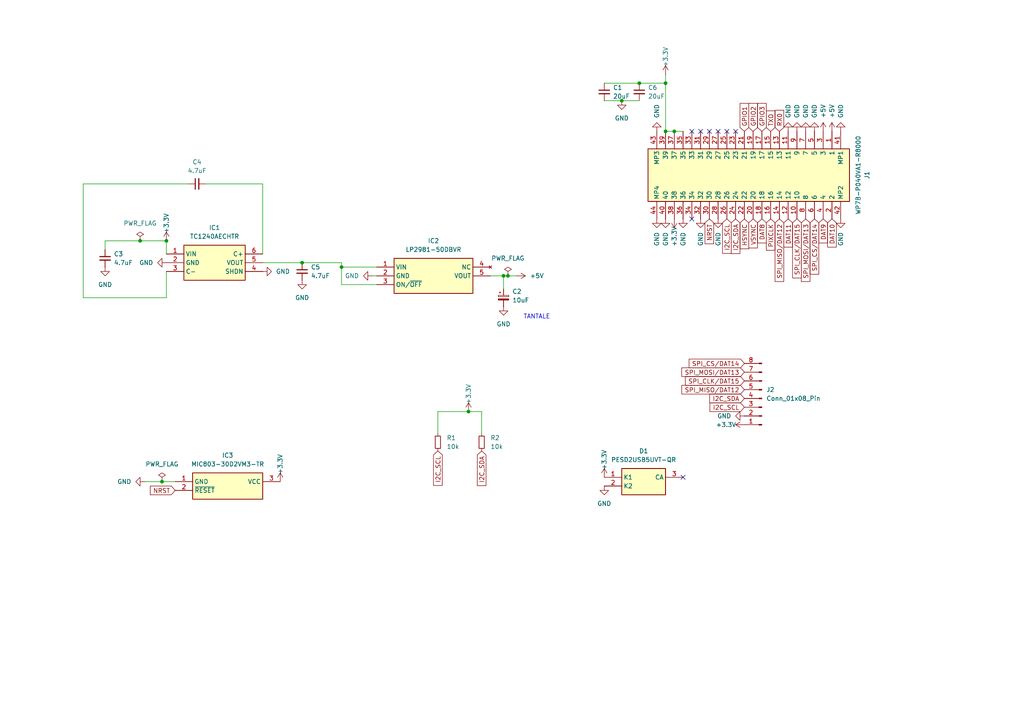
<source format=kicad_sch>
(kicad_sch (version 20250114) (generator "eeschema") (generator_version "9.0")
  (paper "A4")
  (lib_symbols
    (symbol "Connector:Conn_01x08_Pin" (pin_names (offset 1.016) (hide yes))
      (property "Reference" "J" (at 0 10.16 0))
      (property "Value" "Conn_01x08_Pin" (at 0 -12.7 0))
      (symbol "Conn_01x08_Pin_1_1"
        (rectangle (start 0.8636 7.747) (end 0 7.493) (stroke (width 0.1524)) (fill (type outline)))
        (rectangle (start 0.8636 5.207) (end 0 4.953) (stroke (width 0.1524)) (fill (type outline)))
        (rectangle (start 0.8636 2.667) (end 0 2.413) (stroke (width 0.1524)) (fill (type outline)))
        (rectangle (start 0.8636 0.127) (end 0 -0.127) (stroke (width 0.1524)) (fill (type outline)))
        (rectangle (start 0.8636 -2.413) (end 0 -2.667) (stroke (width 0.1524)) (fill (type outline)))
        (rectangle (start 0.8636 -4.953) (end 0 -5.207) (stroke (width 0.1524)) (fill (type outline)))
        (rectangle (start 0.8636 -7.493) (end 0 -7.747) (stroke (width 0.1524)) (fill (type outline)))
        (rectangle (start 0.8636 -10.033) (end 0 -10.287) (stroke (width 0.1524)) (fill (type outline)))
        (polyline (pts (xy 1.27 7.62) (xy 0.8636 7.62)) (stroke (width 0.1524)))
        (polyline (pts (xy 1.27 5.08) (xy 0.8636 5.08)) (stroke (width 0.1524)))
        (polyline (pts (xy 1.27 2.54) (xy 0.8636 2.54)) (stroke (width 0.1524)))
        (polyline (pts (xy 1.27 0) (xy 0.8636 0)) (stroke (width 0.1524)))
        (polyline (pts (xy 1.27 -2.54) (xy 0.8636 -2.54)) (stroke (width 0.1524)))
        (polyline (pts (xy 1.27 -5.08) (xy 0.8636 -5.08)) (stroke (width 0.1524)))
        (polyline (pts (xy 1.27 -7.62) (xy 0.8636 -7.62)) (stroke (width 0.1524)))
        (polyline (pts (xy 1.27 -10.16) (xy 0.8636 -10.16)) (stroke (width 0.1524)))
        (pin passive line (at 5.08 7.62 180) (length 3.81) (name "Pin_1") (number "1"))
        (pin passive line (at 5.08 5.08 180) (length 3.81) (name "Pin_2") (number "2"))
        (pin passive line (at 5.08 2.54 180) (length 3.81) (name "Pin_3") (number "3"))
        (pin passive line (at 5.08 0 180) (length 3.81) (name "Pin_4") (number "4"))
        (pin passive line (at 5.08 -2.54 180) (length 3.81) (name "Pin_5") (number "5"))
        (pin passive line (at 5.08 -5.08 180) (length 3.81) (name "Pin_6") (number "6"))
        (pin passive line (at 5.08 -7.62 180) (length 3.81) (name "Pin_7") (number "7"))
        (pin passive line (at 5.08 -10.16 180) (length 3.81) (name "Pin_8") (number "8"))
      )
    )
    (symbol "Device:C_Polarized_Small" (pin_numbers (hide yes)) (pin_names (offset 0.254) (hide yes))
      (property "Reference" "C" (at 0.254 1.778 0))
      (property "Value" "C_Polarized_Small" (at 0.254 -2.032 0))
      (symbol "C_Polarized_Small_0_1"
        (rectangle (start -1.524 0.6858) (end 1.524 0.3048))
        (rectangle (start -1.524 -0.3048) (end 1.524 -0.6858) (fill (type outline)))
        (polyline (pts (xy -1.27 1.524) (xy -0.762 1.524)))
        (polyline (pts (xy -1.016 1.27) (xy -1.016 1.778)))
      )
      (symbol "C_Polarized_Small_1_1"
        (pin passive line (at 0 2.54 270) (length 1.8542) (name "~") (number "1"))
        (pin passive line (at 0 -2.54 90) (length 1.8542) (name "~") (number "2"))
      )
    )
    (symbol "Device:C_Small" (pin_numbers (hide yes)) (pin_names (offset 0.254) (hide yes))
      (property "Reference" "C" (at 0.254 1.778 0))
      (property "Value" "C_Small" (at 0.254 -2.032 0))
      (symbol "C_Small_0_1"
        (polyline (pts (xy -1.524 0.508) (xy 1.524 0.508)) (stroke (width 0.3048)))
        (polyline (pts (xy -1.524 -0.508) (xy 1.524 -0.508)) (stroke (width 0.3302)))
      )
      (symbol "C_Small_1_1"
        (pin passive line (at 0 2.54 270) (length 2.032) (name "~") (number "1"))
        (pin passive line (at 0 -2.54 90) (length 2.032) (name "~") (number "2"))
      )
    )
    (symbol "Device:R_Small" (pin_numbers (hide yes)) (pin_names (offset 0.254) (hide yes))
      (property "Reference" "R" (at 0.762 0.508 0))
      (property "Value" "R_Small" (at 0.762 -1.016 0))
      (symbol "R_Small_0_1"
        (rectangle (start -0.762 1.778) (end 0.762 -1.778) (stroke (width 0.2032)))
      )
      (symbol "R_Small_1_1"
        (pin passive line (at 0 2.54 270) (length 0.762) (name "~") (number "1"))
        (pin passive line (at 0 -2.54 90) (length 0.762) (name "~") (number "2"))
      )
    )
    (symbol "LP2981:LP2981-50DBVR"
      (property "Reference" "IC" (at 29.21 7.62 0))
      (property "Value" "LP2981-50DBVR" (at 29.21 5.08 0))
      (symbol "LP2981-50DBVR_1_1"
        (rectangle (start 5.08 2.54) (end 27.94 -7.62) (stroke (width 0.254)) (fill (type background)))
        (pin passive line (at 0 0 0) (length 5.08) (name "VIN") (number "1"))
        (pin passive line (at 0 -2.54 0) (length 5.08) (name "GND") (number "2"))
        (pin passive line (at 0 -5.08 0) (length 5.08) (name "ON/~{OFF}") (number "3"))
        (pin no_connect line (at 33.02 0 180) (length 5.08) (name "NC") (number "4"))
        (pin passive line (at 33.02 -2.54 180) (length 5.08) (name "VOUT") (number "5"))
      )
    )
    (symbol "MIC803:MIC803-30D2VM3-TR"
      (property "Reference" "IC" (at 26.67 7.62 0))
      (property "Value" "MIC803-30D2VM3-TR" (at 26.67 5.08 0))
      (symbol "MIC803-30D2VM3-TR_1_1"
        (rectangle (start 5.08 2.54) (end 25.4 -5.08) (stroke (width 0.254)) (fill (type background)))
        (pin passive line (at 0 0 0) (length 5.08) (name "GND") (number "1"))
        (pin passive line (at 0 -2.54 0) (length 5.08) (name "~{RESET}") (number "2"))
        (pin passive line (at 30.48 0 180) (length 5.08) (name "VCC") (number "3"))
      )
    )
    (symbol "TC1240:TC1240AECHTR"
      (property "Reference" "IC" (at 24.13 7.62 0))
      (property "Value" "TC1240AECHTR" (at 24.13 5.08 0))
      (symbol "TC1240AECHTR_1_1"
        (rectangle (start 5.08 2.54) (end 22.86 -7.62) (stroke (width 0.254)) (fill (type background)))
        (pin passive line (at 0 0 0) (length 5.08) (name "VIN") (number "1"))
        (pin passive line (at 0 -2.54 0) (length 5.08) (name "GND") (number "2"))
        (pin passive line (at 0 -5.08 0) (length 5.08) (name "C-") (number "3"))
        (pin passive line (at 27.94 0 180) (length 5.08) (name "C+") (number "6"))
        (pin passive line (at 27.94 -2.54 180) (length 5.08) (name "VOUT") (number "5"))
        (pin passive line (at 27.94 -5.08 180) (length 5.08) (name "SHDN") (number "4"))
      )
    )
    (symbol "WP7B-P40VA1:WP7B-P040VA1-R8000"
      (property "Reference" "J" (at 21.59 7.62 0))
      (property "Value" "WP7B-P040VA1-R8000" (at 21.59 5.08 0))
      (symbol "WP7B-P040VA1-R8000_1_1"
        (rectangle (start 5.08 2.54) (end 20.32 -55.88) (stroke (width 0.254)) (fill (type background)))
        (pin passive line (at 0 0 0) (length 5.08) (name "MP1") (number "41"))
        (pin passive line (at 0 -2.54 0) (length 5.08) (name "1") (number "1"))
        (pin passive line (at 0 -5.08 0) (length 5.08) (name "3") (number "3"))
        (pin passive line (at 0 -7.62 0) (length 5.08) (name "5") (number "5"))
        (pin passive line (at 0 -10.16 0) (length 5.08) (name "7") (number "7"))
        (pin passive line (at 0 -12.7 0) (length 5.08) (name "9") (number "9"))
        (pin passive line (at 0 -15.24 0) (length 5.08) (name "11") (number "11"))
        (pin passive line (at 0 -17.78 0) (length 5.08) (name "13") (number "13"))
        (pin passive line (at 0 -20.32 0) (length 5.08) (name "15") (number "15"))
        (pin passive line (at 0 -22.86 0) (length 5.08) (name "17") (number "17"))
        (pin passive line (at 0 -25.4 0) (length 5.08) (name "19") (number "19"))
        (pin passive line (at 0 -27.94 0) (length 5.08) (name "21") (number "21"))
        (pin passive line (at 0 -30.48 0) (length 5.08) (name "23") (number "23"))
        (pin passive line (at 0 -33.02 0) (length 5.08) (name "25") (number "25"))
        (pin passive line (at 0 -35.56 0) (length 5.08) (name "27") (number "27"))
        (pin passive line (at 0 -38.1 0) (length 5.08) (name "29") (number "29"))
        (pin passive line (at 0 -40.64 0) (length 5.08) (name "31") (number "31"))
        (pin passive line (at 0 -43.18 0) (length 5.08) (name "33") (number "33"))
        (pin passive line (at 0 -45.72 0) (length 5.08) (name "35") (number "35"))
        (pin passive line (at 0 -48.26 0) (length 5.08) (name "37") (number "37"))
        (pin passive line (at 0 -50.8 0) (length 5.08) (name "39") (number "39"))
        (pin passive line (at 0 -53.34 0) (length 5.08) (name "MP3") (number "43"))
        (pin passive line (at 25.4 0 180) (length 5.08) (name "MP2") (number "42"))
        (pin passive line (at 25.4 -2.54 180) (length 5.08) (name "2") (number "2"))
        (pin passive line (at 25.4 -5.08 180) (length 5.08) (name "4") (number "4"))
        (pin passive line (at 25.4 -7.62 180) (length 5.08) (name "6") (number "6"))
        (pin passive line (at 25.4 -10.16 180) (length 5.08) (name "8") (number "8"))
        (pin passive line (at 25.4 -12.7 180) (length 5.08) (name "10") (number "10"))
        (pin passive line (at 25.4 -15.24 180) (length 5.08) (name "12") (number "12"))
        (pin passive line (at 25.4 -17.78 180) (length 5.08) (name "14") (number "14"))
        (pin passive line (at 25.4 -20.32 180) (length 5.08) (name "16") (number "16"))
        (pin passive line (at 25.4 -22.86 180) (length 5.08) (name "18") (number "18"))
        (pin passive line (at 25.4 -25.4 180) (length 5.08) (name "20") (number "20"))
        (pin passive line (at 25.4 -27.94 180) (length 5.08) (name "22") (number "22"))
        (pin passive line (at 25.4 -30.48 180) (length 5.08) (name "24") (number "24"))
        (pin passive line (at 25.4 -33.02 180) (length 5.08) (name "26") (number "26"))
        (pin passive line (at 25.4 -35.56 180) (length 5.08) (name "28") (number "28"))
        (pin passive line (at 25.4 -38.1 180) (length 5.08) (name "30") (number "30"))
        (pin passive line (at 25.4 -40.64 180) (length 5.08) (name "32") (number "32"))
        (pin passive line (at 25.4 -43.18 180) (length 5.08) (name "34") (number "34"))
        (pin passive line (at 25.4 -45.72 180) (length 5.08) (name "36") (number "36"))
        (pin passive line (at 25.4 -48.26 180) (length 5.08) (name "38") (number "38"))
        (pin passive line (at 25.4 -50.8 180) (length 5.08) (name "40") (number "40"))
        (pin passive line (at 25.4 -53.34 180) (length 5.08) (name "MP4") (number "44"))
      )
    )
    (symbol "diode tvs esd:PESD2USB5UVT-QR"
      (property "Reference" "D" (at 19.05 7.62 0))
      (property "Value" "PESD2USB5UVT-QR" (at 19.05 5.08 0))
      (symbol "PESD2USB5UVT-QR_1_1"
        (rectangle (start 5.08 2.54) (end 17.78 -5.08) (stroke (width 0.254)) (fill (type background)))
        (pin passive line (at 0 0 0) (length 5.08) (name "K1") (number "1"))
        (pin passive line (at 0 -2.54 0) (length 5.08) (name "K2") (number "2"))
        (pin passive line (at 22.86 0 180) (length 5.08) (name "CA") (number "3"))
      )
    )
    (symbol "power:+3.3V" (power) (pin_numbers (hide yes)) (pin_names (offset 0) (hide yes))
      (property "Value" "+3.3V" (at 0 3.556 0))
      (symbol "+3.3V_0_1"
        (polyline (pts (xy -0.762 1.27) (xy 0 2.54)))
        (polyline (pts (xy 0 2.54) (xy 0.762 1.27)))
        (polyline (pts (xy 0 0) (xy 0 2.54)))
      )
      (symbol "+3.3V_1_1"
        (pin power_in line (at 0 0 90) (length 0) (name "~") (number "1"))
      )
    )
    (symbol "power:+5V" (power) (pin_numbers (hide yes)) (pin_names (offset 0) (hide yes))
      (property "Value" "+5V" (at 0 3.556 0))
      (symbol "+5V_0_1"
        (polyline (pts (xy -0.762 1.27) (xy 0 2.54)))
        (polyline (pts (xy 0 2.54) (xy 0.762 1.27)))
        (polyline (pts (xy 0 0) (xy 0 2.54)))
      )
      (symbol "+5V_1_1"
        (pin power_in line (at 0 0 90) (length 0) (name "~") (number "1"))
      )
    )
    (symbol "power:GND" (power) (pin_numbers (hide yes)) (pin_names (offset 0) (hide yes))
      (property "Value" "GND" (at 0 -3.81 0))
      (symbol "GND_0_1"
        (polyline (pts (xy 0 0) (xy 0 -1.27) (xy 1.27 -1.27) (xy 0 -2.54) (xy -1.27 -1.27) (xy 0 -1.27)))
      )
      (symbol "GND_1_1"
        (pin power_in line (at 0 0 270) (length 0) (name "~") (number "1"))
      )
    )
    (symbol "power:PWR_FLAG" (power) (pin_numbers (hide yes)) (pin_names (offset 0) (hide yes))
      (property "Value" "PWR_FLAG" (at 0 3.81 0))
      (symbol "PWR_FLAG_0_0"
        (pin power_out line (at 0 0 90) (length 0) (name "~") (number "1"))
      )
      (symbol "PWR_FLAG_0_1"
        (polyline (pts (xy 0 0) (xy 0 1.27) (xy -1.016 1.905) (xy 0 2.54) (xy 1.016 1.905) (xy 0 1.27)))
      )
    )
  )
  (text "TANTALE" (at 155.702 91.948 0) (effects (font (size 1.27 1.27))))
  (junction (at 147.32 80.01))
  (junction (at 48.26 69.85))
  (junction (at 99.06 77.47))
  (junction (at 193.04 24.13))
  (junction (at 146.05 80.01))
  (junction (at 195.58 38.1))
  (junction (at 185.42 24.13))
  (junction (at 46.99 139.7))
  (junction (at 193.04 38.1))
  (junction (at 180.34 29.21))
  (junction (at 135.89 119.38))
  (junction (at 87.63 76.2))
  (junction (at 40.64 69.85))
  (no_connect (at 200.66 63.5))
  (no_connect (at 210.82 38.1))
  (no_connect (at 208.28 38.1))
  (no_connect (at 198.12 138.43))
  (no_connect (at 205.74 38.1))
  (no_connect (at 203.2 38.1))
  (no_connect (at 200.66 38.1))
  (no_connect (at 213.36 38.1))
  (wire (pts (xy 193.04 38.1) (xy 195.58 38.1)))
  (wire (pts (xy 30.48 69.85) (xy 30.48 72.39)))
  (wire (pts (xy 76.2 76.2) (xy 87.63 76.2)))
  (wire (pts (xy 139.7 119.38) (xy 135.89 119.38)))
  (wire (pts (xy 76.2 53.34) (xy 76.2 73.66)))
  (wire (pts (xy 24.13 86.36) (xy 24.13 53.34)))
  (wire (pts (xy 147.32 80.01) (xy 149.86 80.01)))
  (wire (pts (xy 48.26 78.74) (xy 48.26 86.36)))
  (wire (pts (xy 146.05 80.01) (xy 146.05 83.82)))
  (wire (pts (xy 139.7 125.73) (xy 139.7 119.38)))
  (wire (pts (xy 30.48 69.85) (xy 40.64 69.85)))
  (wire (pts (xy 46.99 139.7) (xy 50.8 139.7)))
  (wire (pts (xy 175.26 29.21) (xy 180.34 29.21)))
  (wire (pts (xy 146.05 80.01) (xy 147.32 80.01)))
  (wire (pts (xy 99.06 82.55) (xy 99.06 77.47)))
  (wire (pts (xy 99.06 76.2) (xy 87.63 76.2)))
  (wire (pts (xy 185.42 24.13) (xy 193.04 24.13)))
  (wire (pts (xy 109.22 77.47) (xy 99.06 77.47)))
  (wire (pts (xy 127 119.38) (xy 135.89 119.38)))
  (wire (pts (xy 24.13 53.34) (xy 54.61 53.34)))
  (wire (pts (xy 193.04 21.59) (xy 193.04 24.13)))
  (wire (pts (xy 107.95 80.01) (xy 109.22 80.01)))
  (wire (pts (xy 48.26 86.36) (xy 24.13 86.36)))
  (wire (pts (xy 127 125.73) (xy 127 119.38)))
  (wire (pts (xy 180.34 29.21) (xy 185.42 29.21)))
  (wire (pts (xy 142.24 80.01) (xy 146.05 80.01)))
  (wire (pts (xy 99.06 77.47) (xy 99.06 76.2)))
  (wire (pts (xy 175.26 24.13) (xy 185.42 24.13)))
  (wire (pts (xy 41.91 139.7) (xy 46.99 139.7)))
  (wire (pts (xy 109.22 82.55) (xy 99.06 82.55)))
  (wire (pts (xy 48.26 69.85) (xy 48.26 73.66)))
  (wire (pts (xy 193.04 24.13) (xy 193.04 38.1)))
  (wire (pts (xy 40.64 69.85) (xy 48.26 69.85)))
  (wire (pts (xy 59.69 53.34) (xy 76.2 53.34)))
  (wire (pts (xy 195.58 38.1) (xy 198.12 38.1)))
  (global_label "SPI_CLK{slash}DAT15" (shape input) (at 231.14 63.5 270) (property "Intersheetrefs" "${INTERSHEET_REFS}" (effects (hide yes))))
  (global_label "TXO" (shape input) (at 223.52 38.1 90) (property "Intersheetrefs" "${INTERSHEET_REFS}" (effects (hide yes))))
  (global_label "I2C_SCL" (shape input) (at 215.9 118.11 180) (property "Intersheetrefs" "${INTERSHEET_REFS}" (effects (hide yes))))
  (global_label "DAT11" (shape input) (at 228.6 63.5 270) (property "Intersheetrefs" "${INTERSHEET_REFS}" (effects (hide yes))))
  (global_label "VSYNC" (shape input) (at 218.44 63.5 270) (property "Intersheetrefs" "${INTERSHEET_REFS}" (effects (hide yes))))
  (global_label "NRST" (shape input) (at 205.74 63.5 270) (property "Intersheetrefs" "${INTERSHEET_REFS}" (effects (hide yes))))
  (global_label "SPI_MISO{slash}DAT12" (shape input) (at 215.9 113.03 180) (property "Intersheetrefs" "${INTERSHEET_REFS}" (effects (hide yes))))
  (global_label "GPIO1" (shape input) (at 215.9 38.1 90) (property "Intersheetrefs" "${INTERSHEET_REFS}" (effects (hide yes))))
  (global_label "SPI_MOSI{slash}DAT13" (shape input) (at 233.68 63.5 270) (property "Intersheetrefs" "${INTERSHEET_REFS}" (effects (hide yes))))
  (global_label "SPI_MISO{slash}DAT12" (shape input) (at 226.06 63.5 270) (property "Intersheetrefs" "${INTERSHEET_REFS}" (effects (hide yes))))
  (global_label "GPIO2" (shape input) (at 218.44 38.1 90) (property "Intersheetrefs" "${INTERSHEET_REFS}" (effects (hide yes))))
  (global_label "I2C_SDA" (shape input) (at 139.7 130.81 270) (property "Intersheetrefs" "${INTERSHEET_REFS}" (effects (hide yes))))
  (global_label "SPI_MOSI{slash}DAT13" (shape input) (at 215.9 107.95 180) (property "Intersheetrefs" "${INTERSHEET_REFS}" (effects (hide yes))))
  (global_label "GPIO3" (shape input) (at 220.98 38.1 90) (property "Intersheetrefs" "${INTERSHEET_REFS}" (effects (hide yes))))
  (global_label "DAT8" (shape input) (at 220.98 63.5 270) (property "Intersheetrefs" "${INTERSHEET_REFS}" (effects (hide yes))))
  (global_label "I2C_SDA" (shape input) (at 213.36 63.5 270) (property "Intersheetrefs" "${INTERSHEET_REFS}" (effects (hide yes))))
  (global_label "PIXCLK" (shape input) (at 223.52 63.5 270) (property "Intersheetrefs" "${INTERSHEET_REFS}" (effects (hide yes))))
  (global_label "SPI_CS{slash}DAT14" (shape input) (at 215.9 105.41 180) (property "Intersheetrefs" "${INTERSHEET_REFS}" (effects (hide yes))))
  (global_label "RX0" (shape input) (at 226.06 38.1 90) (property "Intersheetrefs" "${INTERSHEET_REFS}" (effects (hide yes))))
  (global_label "I2C_SDA" (shape input) (at 215.9 115.57 180) (property "Intersheetrefs" "${INTERSHEET_REFS}" (effects (hide yes))))
  (global_label "SPI_CS{slash}DAT14" (shape input) (at 236.22 63.5 270) (property "Intersheetrefs" "${INTERSHEET_REFS}" (effects (hide yes))))
  (global_label "NRST" (shape input) (at 50.8 142.24 180) (property "Intersheetrefs" "${INTERSHEET_REFS}" (effects (hide yes))))
  (global_label "I2C_SCL" (shape input) (at 210.82 63.5 270) (property "Intersheetrefs" "${INTERSHEET_REFS}" (effects (hide yes))))
  (global_label "DAT9" (shape input) (at 238.76 63.5 270) (property "Intersheetrefs" "${INTERSHEET_REFS}" (effects (hide yes))))
  (global_label "SPI_CLK{slash}DAT15" (shape input) (at 215.9 110.49 180) (property "Intersheetrefs" "${INTERSHEET_REFS}" (effects (hide yes))))
  (global_label "DAT10" (shape input) (at 241.3 63.5 270) (property "Intersheetrefs" "${INTERSHEET_REFS}" (effects (hide yes))))
  (global_label "HSYNC" (shape input) (at 215.9 63.5 270) (property "Intersheetrefs" "${INTERSHEET_REFS}" (effects (hide yes))))
  (global_label "I2C_SCL" (shape input) (at 127 130.81 270) (property "Intersheetrefs" "${INTERSHEET_REFS}" (effects (hide yes))))
  (symbol (lib_id "LP2981:LP2981-50DBVR") (at 109.22 77.47 0) (unit 1)
    (property "Reference" "IC2" (at 125.73 69.85 0))
    (property "Value" "LP2981-50DBVR" (at 125.73 72.39 0))
    (property "Footprint" "LP2981:SOT95P280X145-5N" (effects (hide yes)))
    (property "Datasheet" "http://www.ti.com/lit/gpn/lp2981" (effects (hide yes)))
    (property "Description" "Texas Instruments LP2981-50DBVR, LDO Voltage Regulator, 100mA, -0.3  9 V, 5-Pin SOT-23" (effects (hide yes)))
    (property "Height" "1.45" (effects (hide yes)))
    (property "Mouser Part Number" "595-LP2981-50DBVR" (effects (hide yes)))
    (property "Mouser Price/Stock" "https://www.mouser.co.uk/ProductDetail/Texas-Instruments/LP2981-50DBVR?qs=tP77tliwutCtYxHaJIoLJA%3D%3D" (effects (hide yes)))
    (property "Manufacturer_Name" "Texas Instruments" (effects (hide yes)))
    (property "Manufacturer_Part_Number" "LP2981-50DBVR" (effects (hide yes)))
  )
  (symbol (lib_id "Device:R_Small") (at 127 128.27 0) (unit 1)
    (property "Reference" "R1" (at 129.54 126.9999 0) (effects (justify left)))
    (property "Value" "10k" (at 129.54 129.5399 0) (effects (justify left)))
    (property "Footprint" "Resistor_SMD:R_0402_1005Metric_Pad0.72x0.64mm_HandSolder" (effects (hide yes)))
    (property "Description" "Resistor, small symbol" (effects (hide yes)))
  )
  (symbol (lib_id "Connector:Conn_01x08_Pin") (at 220.98 115.57 180) (unit 1)
    (property "Reference" "J2" (at 222.25 113.0299 0) (effects (justify right)))
    (property "Value" "Conn_01x08_Pin" (at 222.25 115.5699 0) (effects (justify right)))
    (property "Footprint" "Connector_JST:JST_SH_SM08B-SRSS-TB_1x08-1MP_P1.00mm_Horizontal" (effects (hide yes)))
    (property "Description" "Generic connector, single row, 01x08, script generated" (effects (hide yes)))
  )
  (symbol (lib_id "power:GND") (at 48.26 76.2 270) (unit 1)
    (property "Reference" "#PWR023" (effects (hide yes)))
    (property "Value" "GND" (at 44.45 76.1999 90) (effects (justify right)))
    (property "Description" "Power symbol creates a global label with name \"GND\" , ground" (effects (hide yes)))
  )
  (symbol (lib_id "power:GND") (at 198.12 63.5 0) (unit 1)
    (property "Reference" "#PWR016" (effects (hide yes)))
    (property "Value" "GND" (at 198.1201 67.31 90) (effects (justify right)))
    (property "Description" "Power symbol creates a global label with name \"GND\" , ground" (effects (hide yes)))
  )
  (symbol (lib_id "power:GND") (at 215.9 120.65 270) (unit 1)
    (property "Reference" "#PWR029" (effects (hide yes)))
    (property "Value" "GND" (at 212.09 120.6499 90) (effects (justify right)))
    (property "Description" "Power symbol creates a global label with name \"GND\" , ground" (effects (hide yes)))
  )
  (symbol (lib_id "power:+3.3V") (at 175.26 138.43 0) (unit 1)
    (property "Reference" "#PWR032" (effects (hide yes)))
    (property "Value" "+3.3V" (at 175.26 133.35 90))
    (property "Description" "Power symbol creates a global label with name \"+3.3V\"" (effects (hide yes)))
  )
  (symbol (lib_id "power:+5V") (at 241.3 38.1 0) (unit 1)
    (property "Reference" "#PWR03" (effects (hide yes)))
    (property "Value" "+5V" (at 241.3001 34.29 90) (effects (justify left)))
    (property "Description" "Power symbol creates a global label with name \"+5V\"" (effects (hide yes)))
  )
  (symbol (lib_id "power:PWR_FLAG") (at 46.99 139.7 0) (unit 1)
    (property "Reference" "#FLG03" (effects (hide yes)))
    (property "Value" "PWR_FLAG" (at 46.99 134.62 0))
    (property "Description" "Special symbol for telling ERC where power comes from" (effects (hide yes)))
  )
  (symbol (lib_id "power:GND") (at 243.84 63.5 0) (unit 1)
    (property "Reference" "#PWR05" (effects (hide yes)))
    (property "Value" "GND" (at 243.8401 67.31 90) (effects (justify right)))
    (property "Description" "Power symbol creates a global label with name \"GND\" , ground" (effects (hide yes)))
  )
  (symbol (lib_id "Device:C_Small") (at 87.63 78.74 0) (unit 1)
    (property "Reference" "C5" (at 90.17 77.4762 0) (effects (justify left)))
    (property "Value" "4.7uF" (at 90.17 80.0162 0) (effects (justify left)))
    (property "Footprint" "Capacitor_SMD:C_0603_1608Metric" (effects (hide yes)))
    (property "Description" "Unpolarized capacitor, small symbol" (effects (hide yes)))
  )
  (symbol (lib_id "power:GND") (at 231.14 38.1 180) (unit 1)
    (property "Reference" "#PWR011" (effects (hide yes)))
    (property "Value" "GND" (at 231.1401 34.29 90) (effects (justify right)))
    (property "Description" "Power symbol creates a global label with name \"GND\" , ground" (effects (hide yes)))
  )
  (symbol (lib_id "power:GND") (at 236.22 38.1 180) (unit 1)
    (property "Reference" "#PWR09" (effects (hide yes)))
    (property "Value" "GND" (at 236.2201 34.29 90) (effects (justify right)))
    (property "Description" "Power symbol creates a global label with name \"GND\" , ground" (effects (hide yes)))
  )
  (symbol (lib_id "power:GND") (at 208.28 63.5 0) (unit 1)
    (property "Reference" "#PWR018" (effects (hide yes)))
    (property "Value" "GND" (at 208.2801 67.31 90) (effects (justify right)))
    (property "Description" "Power symbol creates a global label with name \"GND\" , ground" (effects (hide yes)))
  )
  (symbol (lib_id "power:GND") (at 107.95 80.01 270) (unit 1)
    (property "Reference" "#PWR01" (effects (hide yes)))
    (property "Value" "GND" (at 104.14 80.0099 90) (effects (justify right)))
    (property "Description" "Power symbol creates a global label with name \"GND\" , ground" (effects (hide yes)))
  )
  (symbol (lib_id "power:GND") (at 190.5 63.5 0) (unit 1)
    (property "Reference" "#PWR06" (effects (hide yes)))
    (property "Value" "GND" (at 190.5001 67.31 90) (effects (justify right)))
    (property "Description" "Power symbol creates a global label with name \"GND\" , ground" (effects (hide yes)))
  )
  (symbol (lib_id "Device:C_Small") (at 175.26 26.67 0) (unit 1)
    (property "Reference" "C1" (at 177.8 25.4062 0) (effects (justify left)))
    (property "Value" "20uF" (at 177.8 27.9462 0) (effects (justify left)))
    (property "Footprint" "Capacitor_SMD:C_0603_1608Metric" (effects (hide yes)))
    (property "Description" "Unpolarized capacitor, small symbol" (effects (hide yes)))
  )
  (symbol (lib_id "power:+5V") (at 149.86 80.01 270) (unit 1)
    (property "Reference" "#PWR021" (effects (hide yes)))
    (property "Value" "+5V" (at 153.67 80.0099 90) (effects (justify left)))
    (property "Description" "Power symbol creates a global label with name \"+5V\"" (effects (hide yes)))
  )
  (symbol (lib_id "power:GND") (at 193.04 63.5 0) (unit 1)
    (property "Reference" "#PWR015" (effects (hide yes)))
    (property "Value" "GND" (at 193.0401 67.31 90) (effects (justify right)))
    (property "Description" "Power symbol creates a global label with name \"GND\" , ground" (effects (hide yes)))
  )
  (symbol (lib_id "power:GND") (at 41.91 139.7 270) (unit 1)
    (property "Reference" "#PWR030" (effects (hide yes)))
    (property "Value" "GND" (at 38.1 139.6999 90) (effects (justify right)))
    (property "Description" "Power symbol creates a global label with name \"GND\" , ground" (effects (hide yes)))
  )
  (symbol (lib_id "power:+5V") (at 238.76 38.1 0) (unit 1)
    (property "Reference" "#PWR08" (effects (hide yes)))
    (property "Value" "+5V" (at 238.7601 34.29 90) (effects (justify left)))
    (property "Description" "Power symbol creates a global label with name \"+5V\"" (effects (hide yes)))
  )
  (symbol (lib_id "power:+3.3V") (at 193.04 21.59 0) (unit 1)
    (property "Reference" "#PWR014" (effects (hide yes)))
    (property "Value" "+3.3V" (at 193.04 16.51 90))
    (property "Description" "Power symbol creates a global label with name \"+3.3V\"" (effects (hide yes)))
  )
  (symbol (lib_id "power:GND") (at 175.26 140.97 0) (unit 1)
    (property "Reference" "#PWR033" (effects (hide yes)))
    (property "Value" "GND" (at 175.26 146.05 0))
    (property "Description" "Power symbol creates a global label with name \"GND\" , ground" (effects (hide yes)))
  )
  (symbol (lib_id "Device:C_Polarized_Small") (at 146.05 86.36 0) (unit 1)
    (property "Reference" "C2" (at 148.59 84.5438 0) (effects (justify left)))
    (property "Value" "10uF" (at 148.59 87.0838 0) (effects (justify left)))
    (property "Footprint" "Capacitor_Tantalum_SMD:CP_EIA-3216-18_Kemet-A" (effects (hide yes)))
    (property "Description" "Polarized capacitor, small symbol" (effects (hide yes)))
  )
  (symbol (lib_id "power:GND") (at 76.2 78.74 90) (unit 1)
    (property "Reference" "#PWR024" (effects (hide yes)))
    (property "Value" "GND" (at 80.01 78.7399 90) (effects (justify right)))
    (property "Description" "Power symbol creates a global label with name \"GND\" , ground" (effects (hide yes)))
  )
  (symbol (lib_id "power:+3.3V") (at 48.26 69.85 0) (unit 1)
    (property "Reference" "#PWR020" (effects (hide yes)))
    (property "Value" "+3.3V" (at 48.26 64.77 90))
    (property "Description" "Power symbol creates a global label with name \"+3.3V\"" (effects (hide yes)))
  )
  (symbol (lib_id "power:GND") (at 30.48 77.47 0) (unit 1)
    (property "Reference" "#PWR022" (effects (hide yes)))
    (property "Value" "GND" (at 30.48 82.55 0))
    (property "Description" "Power symbol creates a global label with name \"GND\" , ground" (effects (hide yes)))
  )
  (symbol (lib_id "power:PWR_FLAG") (at 147.32 80.01 0) (unit 1)
    (property "Reference" "#FLG01" (effects (hide yes)))
    (property "Value" "PWR_FLAG" (at 147.32 74.93 0))
    (property "Description" "Special symbol for telling ERC where power comes from" (effects (hide yes)))
  )
  (symbol (lib_id "power:+3.3V") (at 195.58 63.5 180) (unit 1)
    (property "Reference" "#PWR019" (effects (hide yes)))
    (property "Value" "+3.3V" (at 195.58 68.58 90))
    (property "Description" "Power symbol creates a global label with name \"+3.3V\"" (effects (hide yes)))
  )
  (symbol (lib_id "power:+3.3V") (at 81.28 139.7 0) (unit 1)
    (property "Reference" "#PWR028" (effects (hide yes)))
    (property "Value" "+3.3V" (at 81.28 134.62 90))
    (property "Description" "Power symbol creates a global label with name \"+3.3V\"" (effects (hide yes)))
  )
  (symbol (lib_id "power:PWR_FLAG") (at 40.64 69.85 0) (unit 1)
    (property "Reference" "#FLG02" (effects (hide yes)))
    (property "Value" "PWR_FLAG" (at 40.64 64.77 0))
    (property "Description" "Special symbol for telling ERC where power comes from" (effects (hide yes)))
  )
  (symbol (lib_id "TC1240:TC1240AECHTR") (at 48.26 73.66 0) (unit 1)
    (property "Reference" "IC1" (at 62.23 66.04 0))
    (property "Value" "TC1240AECHTR" (at 62.23 68.58 0))
    (property "Footprint" "TC1240:SOT95P280X145-6N" (effects (hide yes)))
    (property "Datasheet" "https://componentsearchengine.com/Datasheets/2/TC1240AECHTR.pdf" (effects (hide yes)))
    (property "Description" "Positive Doubling Charge Pumps" (effects (hide yes)))
    (property "Height" "1.45" (effects (hide yes)))
    (property "Mouser Part Number" "579-TC1240AECHTR" (effects (hide yes)))
    (property "Mouser Price/Stock" "https://www.mouser.co.uk/ProductDetail/Microchip-Technology/TC1240AECHTR?qs=joO5ESK7Q6SIJ2txRTCsug%3D%3D" (effects (hide yes)))
    (property "Manufacturer_Name" "Microchip" (effects (hide yes)))
    (property "Manufacturer_Part_Number" "TC1240AECHTR" (effects (hide yes)))
  )
  (symbol (lib_id "Device:C_Small") (at 57.15 53.34 90) (unit 1)
    (property "Reference" "C4" (at 57.1563 46.99 90))
    (property "Value" "4.7uF" (at 57.1563 49.53 90))
    (property "Footprint" "Capacitor_SMD:C_0402_1005Metric" (effects (hide yes)))
    (property "Description" "Unpolarized capacitor, small symbol" (effects (hide yes)))
  )
  (symbol (lib_id "power:GND") (at 190.5 38.1 180) (unit 1)
    (property "Reference" "#PWR07" (effects (hide yes)))
    (property "Value" "GND" (at 190.5001 34.29 90) (effects (justify right)))
    (property "Description" "Power symbol creates a global label with name \"GND\" , ground" (effects (hide yes)))
  )
  (symbol (lib_id "power:GND") (at 180.34 29.21 0) (unit 1)
    (property "Reference" "#PWR013" (effects (hide yes)))
    (property "Value" "GND" (at 180.34 34.29 0))
    (property "Description" "Power symbol creates a global label with name \"GND\" , ground" (effects (hide yes)))
  )
  (symbol (lib_id "Device:C_Small") (at 185.42 26.67 0) (unit 1)
    (property "Reference" "C6" (at 187.96 25.4062 0) (effects (justify left)))
    (property "Value" "20uF" (at 187.96 27.9462 0) (effects (justify left)))
    (property "Footprint" "Capacitor_SMD:C_0603_1608Metric" (effects (hide yes)))
    (property "Description" "Unpolarized capacitor, small symbol" (effects (hide yes)))
  )
  (symbol (lib_id "power:+3.3V") (at 135.89 119.38 0) (unit 1)
    (property "Reference" "#PWR031" (effects (hide yes)))
    (property "Value" "+3.3V" (at 135.89 114.3 90))
    (property "Description" "Power symbol creates a global label with name \"+3.3V\"" (effects (hide yes)))
  )
  (symbol (lib_id "power:GND") (at 243.84 38.1 180) (unit 1)
    (property "Reference" "#PWR04" (effects (hide yes)))
    (property "Value" "GND" (at 243.8401 34.29 90) (effects (justify right)))
    (property "Description" "Power symbol creates a global label with name \"GND\" , ground" (effects (hide yes)))
  )
  (symbol (lib_id "MIC803:MIC803-30D2VM3-TR") (at 50.8 139.7 0) (unit 1)
    (property "Reference" "IC3" (at 66.04 132.08 0))
    (property "Value" "MIC803-30D2VM3-TR" (at 66.04 134.62 0))
    (property "Footprint" "MIC803:SOT95P237X111-3N" (effects (hide yes)))
    (property "Datasheet" "http://ww1.microchip.com/downloads/en/DeviceDoc/mic803.pdf" (effects (hide yes)))
    (property "Description" "Supervisory Circuits 3-Pin Microprocessor Supervisor Circuit w/ Open-Drain Reset Output" (effects (hide yes)))
    (property "Height" "1.11" (effects (hide yes)))
    (property "Mouser Part Number" "998-MIC803-30D2VM3TR" (effects (hide yes)))
    (property "Mouser Price/Stock" "https://www.mouser.co.uk/ProductDetail/Microchip-Technology-Atmel/MIC803-30D2VM3-TR?qs=Y3Q3JoKAO1TJsIpIft4U2Q%3D%3D" (effects (hide yes)))
    (property "Manufacturer_Name" "Microchip" (effects (hide yes)))
    (property "Manufacturer_Part_Number" "MIC803-30D2VM3-TR" (effects (hide yes)))
  )
  (symbol (lib_id "WP7B-P40VA1:WP7B-P040VA1-R8000") (at 243.84 38.1 270) (unit 1)
    (property "Reference" "J1" (at 251.46 50.8 0))
    (property "Value" "WP7B-P040VA1-R8000" (at 248.92 50.8 0))
    (property "Footprint" "WP7B-P040VA1:WP7BP040VA1R8000" (effects (hide yes)))
    (property "Datasheet" "https://www.jae.com/en/connectors/series/detail/product/id=66869" (effects (hide yes)))
    (property "Description" "Board-to-Board (FPC) connector, 40 pos., 0.4mm pitch, 2rows, 0.7mm stacking height, SMT, Plug" (effects (hide yes)))
    (property "Height" "0.65" (effects (hide yes)))
    (property "Mouser Part Number" "656-WP7B-P040VA1-R8K" (effects (hide yes)))
    (property "Mouser Price/Stock" "https://www.mouser.co.uk/ProductDetail/JAE-Electronics/WP7B-P040VA1-R8000?qs=chTDxNqvsymfkoVlvYUryA%3D%3D" (effects (hide yes)))
    (property "Manufacturer_Name" "JAE" (effects (hide yes)))
    (property "Manufacturer_Part_Number" "WP7B-P040VA1-R8000" (effects (hide yes)))
  )
  (symbol (lib_id "power:GND") (at 203.2 63.5 0) (unit 1)
    (property "Reference" "#PWR017" (effects (hide yes)))
    (property "Value" "GND" (at 203.2001 67.31 90) (effects (justify right)))
    (property "Description" "Power symbol creates a global label with name \"GND\" , ground" (effects (hide yes)))
  )
  (symbol (lib_id "power:GND") (at 228.6 38.1 180) (unit 1)
    (property "Reference" "#PWR012" (effects (hide yes)))
    (property "Value" "GND" (at 228.6001 34.29 90) (effects (justify right)))
    (property "Description" "Power symbol creates a global label with name \"GND\" , ground" (effects (hide yes)))
  )
  (symbol (lib_id "power:GND") (at 233.68 38.1 180) (unit 1)
    (property "Reference" "#PWR010" (effects (hide yes)))
    (property "Value" "GND" (at 233.6801 34.29 90) (effects (justify right)))
    (property "Description" "Power symbol creates a global label with name \"GND\" , ground" (effects (hide yes)))
  )
  (symbol (lib_id "power:GND") (at 87.63 81.28 0) (unit 1)
    (property "Reference" "#PWR025" (effects (hide yes)))
    (property "Value" "GND" (at 87.63 86.36 0))
    (property "Description" "Power symbol creates a global label with name \"GND\" , ground" (effects (hide yes)))
  )
  (symbol (lib_id "Device:C_Small") (at 30.48 74.93 0) (unit 1)
    (property "Reference" "C3" (at 33.02 73.6662 0) (effects (justify left)))
    (property "Value" "4.7uF" (at 33.02 76.2062 0) (effects (justify left)))
    (property "Footprint" "Capacitor_SMD:C_0402_1005Metric" (effects (hide yes)))
    (property "Description" "Unpolarized capacitor, small symbol" (effects (hide yes)))
  )
  (symbol (lib_id "power:GND") (at 146.05 88.9 0) (unit 1)
    (property "Reference" "#PWR026" (effects (hide yes)))
    (property "Value" "GND" (at 146.05 93.98 0))
    (property "Description" "Power symbol creates a global label with name \"GND\" , ground" (effects (hide yes)))
  )
  (symbol (lib_id "Device:R_Small") (at 139.7 128.27 0) (unit 1)
    (property "Reference" "R2" (at 142.24 126.9999 0) (effects (justify left)))
    (property "Value" "10k" (at 142.24 129.5399 0) (effects (justify left)))
    (property "Footprint" "Resistor_SMD:R_0402_1005Metric_Pad0.72x0.64mm_HandSolder" (effects (hide yes)))
    (property "Description" "Resistor, small symbol" (effects (hide yes)))
  )
  (symbol (lib_id "diode tvs esd:PESD2USB5UVT-QR") (at 175.26 138.43 0) (unit 1)
    (property "Reference" "D1" (at 186.69 130.81 0))
    (property "Value" "PESD2USB5UVT-QR" (at 186.69 133.35 0))
    (property "Footprint" "diode esd:SOT95P230X110-3N" (effects (hide yes)))
    (property "Datasheet" "https://assets.nexperia.com/documents/data-sheet/PESD2USB5UVT-Q.pdf" (effects (hide yes)))
    (property "Description" "PESD2USB5UVT-Q - Automotive infotainment ESD protection diode@en-us" (effects (hide yes)))
    (property "Height" "1.1" (effects (hide yes)))
    (property "Mouser Part Number" "771-PESD2USB5UVT-QR" (effects (hide yes)))
    (property "Mouser Price/Stock" "https://www.mouser.co.uk/ProductDetail/Nexperia/PESD2USB5UVT-QR?qs=3Rah4i%252BhyCH262JPwJH2Hw%3D%3D" (effects (hide yes)))
    (property "Manufacturer_Name" "Nexperia" (effects (hide yes)))
    (property "Manufacturer_Part_Number" "PESD2USB5UVT-QR" (effects (hide yes)))
  )
  (symbol (lib_id "power:+3.3V") (at 215.9 123.19 90) (unit 1)
    (property "Reference" "#PWR027" (effects (hide yes)))
    (property "Value" "+3.3V" (at 210.566 123.19 90))
    (property "Description" "Power symbol creates a global label with name \"+3.3V\"" (effects (hide yes)))
  )
)
</source>
